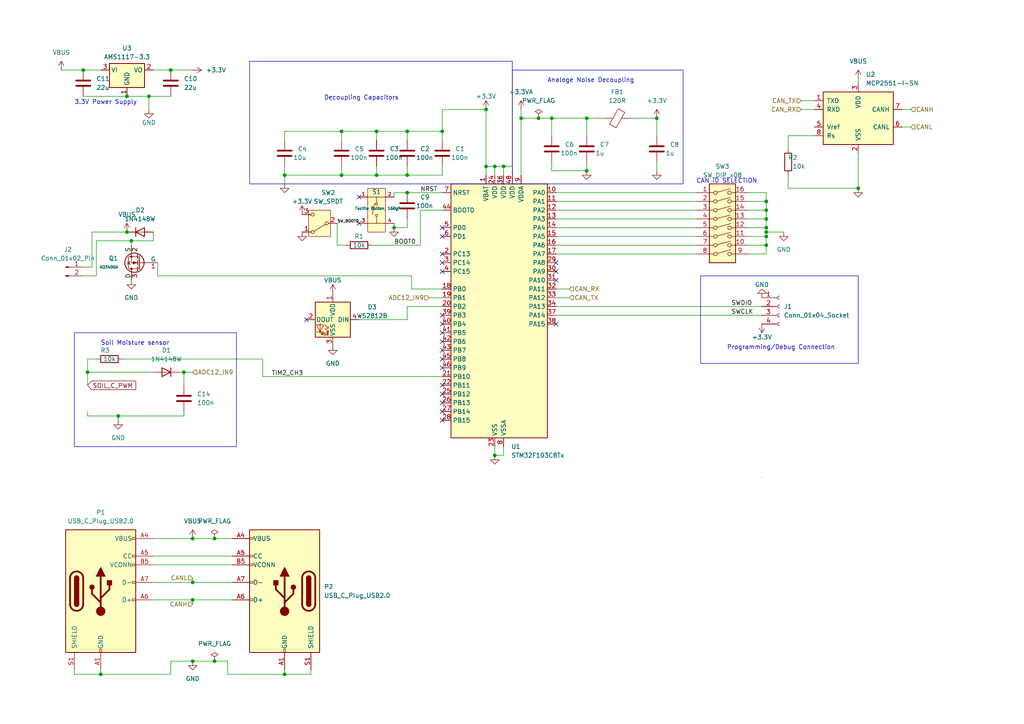
<source format=kicad_sch>
(kicad_sch (version 20231120) (generator "eeschema") (generator_version "8.0")
  (paper "A4")
  (lib_symbols
    (symbol "Connector:Conn_01x02_Pin" (pin_names (offset 1.016) hide)
      (property "Reference" "J" (at 0 2.54 0))
      (property "Value" "Conn_01x02_Pin" (at 0 -5.08 0))
      (symbol "Conn_01x02_Pin_1_1"
        (polyline (pts (xy 1.27 -2.54) (xy 0.8636 -2.54)) (stroke (width 0.1524)))
        (polyline (pts (xy 1.27 0) (xy 0.8636 0)) (stroke (width 0.1524)))
        (rectangle (start 0.8636 -2.413) (end 0 -2.667) (stroke (width 0.1524)) (fill (type outline)))
        (rectangle (start 0.8636 0.127) (end 0 -0.127) (stroke (width 0.1524)) (fill (type outline)))
        (pin passive line (at 5.08 0 180) (length 3.81) (name "Pin_1") (number "1"))
        (pin passive line (at 5.08 -2.54 180) (length 3.81) (name "Pin_2") (number "2"))
      )
    )
    (symbol "Connector:Conn_01x04_Socket" (pin_names (offset 1.016) hide)
      (property "Reference" "J" (at 0 5.08 0))
      (property "Value" "Conn_01x04_Socket" (at 0 -7.62 0))
      (symbol "Conn_01x04_Socket_1_1"
        (arc (start 0 -4.572) (mid -0.5058 -5.08) (end 0 -5.588) (stroke (width 0.1524)))
        (arc (start 0 -2.032) (mid -0.5058 -2.54) (end 0 -3.048) (stroke (width 0.1524)))
        (polyline (pts (xy -1.27 -5.08) (xy -0.508 -5.08)) (stroke (width 0.1524)))
        (polyline (pts (xy -1.27 -2.54) (xy -0.508 -2.54)) (stroke (width 0.1524)))
        (polyline (pts (xy -1.27 0) (xy -0.508 0)) (stroke (width 0.1524)))
        (polyline (pts (xy -1.27 2.54) (xy -0.508 2.54)) (stroke (width 0.1524)))
        (arc (start 0 0.508) (mid -0.5058 0) (end 0 -0.508) (stroke (width 0.1524)))
        (arc (start 0 3.048) (mid -0.5058 2.54) (end 0 2.032) (stroke (width 0.1524)))
        (pin passive line (at -5.08 2.54 0) (length 3.81) (name "Pin_1") (number "1"))
        (pin passive line (at -5.08 0 0) (length 3.81) (name "Pin_2") (number "2"))
        (pin passive line (at -5.08 -2.54 0) (length 3.81) (name "Pin_3") (number "3"))
        (pin passive line (at -5.08 -5.08 0) (length 3.81) (name "Pin_4") (number "4"))
      )
    )
    (symbol "Connector:USB_C_Plug_USB2.0" (pin_names (offset 1.016))
      (property "Reference" "P" (at -10.16 19.05 0))
      (property "Value" "USB_C_Plug_USB2.0" (at 12.7 19.05 0))
      (symbol "USB_C_Plug_USB2.0_0_0"
        (rectangle (start -0.254 -17.78) (end 0.254 -16.764))
        (rectangle (start 10.16 -2.286) (end 9.144 -2.794))
        (rectangle (start 10.16 2.794) (end 9.144 2.286))
        (rectangle (start 10.16 7.874) (end 9.144 7.366))
        (rectangle (start 10.16 10.414) (end 9.144 9.906))
        (rectangle (start 10.16 15.494) (end 9.144 14.986))
      )
      (symbol "USB_C_Plug_USB2.0_0_1"
        (rectangle (start -10.16 17.78) (end 10.16 -17.78) (stroke (width 0.254)) (fill (type background)))
        (arc (start -8.89 -3.81) (mid -6.985 -5.7067) (end -5.08 -3.81) (stroke (width 0.508)))
        (arc (start -7.62 -3.81) (mid -6.985 -4.4423) (end -6.35 -3.81) (stroke (width 0.254)))
        (arc (start -7.62 -3.81) (mid -6.985 -4.4423) (end -6.35 -3.81) (stroke (width 0.254)) (fill (type outline)))
        (rectangle (start -7.62 -3.81) (end -6.35 3.81) (stroke (width 0.254)) (fill (type outline)))
        (arc (start -6.35 3.81) (mid -6.985 4.4423) (end -7.62 3.81) (stroke (width 0.254)))
        (arc (start -6.35 3.81) (mid -6.985 4.4423) (end -7.62 3.81) (stroke (width 0.254)) (fill (type outline)))
        (arc (start -5.08 3.81) (mid -6.985 5.7067) (end -8.89 3.81) (stroke (width 0.508)))
        (circle (center -2.54 1.143) (radius 0.635) (stroke (width 0.254)) (fill (type outline)))
        (circle (center 0 -5.842) (radius 1.27) (fill (type outline)))
        (polyline (pts (xy -8.89 -3.81) (xy -8.89 3.81)) (stroke (width 0.508)))
        (polyline (pts (xy -5.08 3.81) (xy -5.08 -3.81)) (stroke (width 0.508)))
        (polyline (pts (xy 0 -5.842) (xy 0 4.318)) (stroke (width 0.508)))
        (polyline (pts (xy 0 -3.302) (xy -2.54 -0.762) (xy -2.54 0.508)) (stroke (width 0.508)))
        (polyline (pts (xy 0 -2.032) (xy 2.54 0.508) (xy 2.54 1.778)) (stroke (width 0.508)))
        (polyline (pts (xy -1.27 4.318) (xy 0 6.858) (xy 1.27 4.318) (xy -1.27 4.318)) (stroke (width 0.254)) (fill (type outline)))
        (rectangle (start 1.905 1.778) (end 3.175 3.048) (stroke (width 0.254)) (fill (type outline)))
      )
      (symbol "USB_C_Plug_USB2.0_1_1"
        (pin passive line (at 0 -22.86 90) (length 5.08) (name "GND") (number "A1"))
        (pin passive line (at 0 -22.86 90) (length 5.08) hide (name "GND") (number "A12"))
        (pin passive line (at 15.24 15.24 180) (length 5.08) (name "VBUS") (number "A4"))
        (pin bidirectional line (at 15.24 10.16 180) (length 5.08) (name "CC") (number "A5"))
        (pin bidirectional line (at 15.24 -2.54 180) (length 5.08) (name "D+") (number "A6"))
        (pin bidirectional line (at 15.24 2.54 180) (length 5.08) (name "D-") (number "A7"))
        (pin passive line (at 15.24 15.24 180) (length 5.08) hide (name "VBUS") (number "A9"))
        (pin passive line (at 0 -22.86 90) (length 5.08) hide (name "GND") (number "B1"))
        (pin passive line (at 0 -22.86 90) (length 5.08) hide (name "GND") (number "B12"))
        (pin passive line (at 15.24 15.24 180) (length 5.08) hide (name "VBUS") (number "B4"))
        (pin bidirectional line (at 15.24 7.62 180) (length 5.08) (name "VCONN") (number "B5"))
        (pin passive line (at 15.24 15.24 180) (length 5.08) hide (name "VBUS") (number "B9"))
        (pin passive line (at -7.62 -22.86 90) (length 5.08) (name "SHIELD") (number "S1"))
      )
    )
    (symbol "Device:C" (pin_numbers hide) (pin_names (offset 0.254))
      (property "Reference" "C" (at 0.635 2.54 0))
      (property "Value" "C" (at 0.635 -2.54 0))
      (symbol "C_0_1"
        (polyline (pts (xy -2.032 -0.762) (xy 2.032 -0.762)) (stroke (width 0.508)))
        (polyline (pts (xy -2.032 0.762) (xy 2.032 0.762)) (stroke (width 0.508)))
      )
      (symbol "C_1_1"
        (pin passive line (at 0 3.81 270) (length 2.794) (name "~") (number "1"))
        (pin passive line (at 0 -3.81 90) (length 2.794) (name "~") (number "2"))
      )
    )
    (symbol "Device:FerriteBead" (pin_numbers hide) (pin_names (offset 0))
      (property "Reference" "FB" (at -3.81 0.635 90))
      (property "Value" "FerriteBead" (at 3.81 0 90))
      (symbol "FerriteBead_0_1"
        (polyline (pts (xy 0 -1.27) (xy 0 -1.2192)))
        (polyline (pts (xy 0 1.27) (xy 0 1.2954)))
        (polyline (pts (xy -2.7686 0.4064) (xy -1.7018 2.2606) (xy 2.7686 -0.3048) (xy 1.6764 -2.159) (xy -2.7686 0.4064)))
      )
      (symbol "FerriteBead_1_1"
        (pin passive line (at 0 3.81 270) (length 2.54) (name "~") (number "1"))
        (pin passive line (at 0 -3.81 90) (length 2.54) (name "~") (number "2"))
      )
    )
    (symbol "Device:R" (pin_numbers hide) (pin_names (offset 0))
      (property "Reference" "R" (at 2.032 0 90))
      (property "Value" "R" (at 0 0 90))
      (symbol "R_0_1"
        (rectangle (start -1.016 -2.54) (end 1.016 2.54) (stroke (width 0.254)))
      )
      (symbol "R_1_1"
        (pin passive line (at 0 3.81 270) (length 1.27) (name "~") (number "1"))
        (pin passive line (at 0 -3.81 90) (length 1.27) (name "~") (number "2"))
      )
    )
    (symbol "Diode:1N4148W" (pin_numbers hide) (pin_names hide)
      (property "Reference" "D" (at 0 2.54 0))
      (property "Value" "1N4148W" (at 0 -2.54 0))
      (symbol "1N4148W_0_1"
        (polyline (pts (xy -1.27 1.27) (xy -1.27 -1.27)) (stroke (width 0.254)))
        (polyline (pts (xy 1.27 0) (xy -1.27 0)))
        (polyline (pts (xy 1.27 1.27) (xy 1.27 -1.27) (xy -1.27 0) (xy 1.27 1.27)) (stroke (width 0.254)))
      )
      (symbol "1N4148W_1_1"
        (pin passive line (at -3.81 0 0) (length 2.54) (name "K") (number "1"))
        (pin passive line (at 3.81 0 180) (length 2.54) (name "A") (number "2"))
      )
    )
    (symbol "Interface_CAN_LIN:MCP2551-I-SN" (pin_names (offset 1.016))
      (property "Reference" "U" (at -10.16 8.89 0))
      (property "Value" "MCP2551-I-SN" (at 2.54 8.89 0))
      (symbol "MCP2551-I-SN_0_1"
        (rectangle (start -10.16 7.62) (end 10.16 -7.62) (stroke (width 0.254)) (fill (type background)))
      )
      (symbol "MCP2551-I-SN_1_1"
        (pin input line (at -12.7 5.08 0) (length 2.54) (name "TXD") (number "1"))
        (pin power_in line (at 0 -10.16 90) (length 2.54) (name "VSS") (number "2"))
        (pin power_in line (at 0 10.16 270) (length 2.54) (name "VDD") (number "3"))
        (pin output line (at -12.7 2.54 0) (length 2.54) (name "RXD") (number "4"))
        (pin power_out line (at -12.7 -2.54 0) (length 2.54) (name "Vref") (number "5"))
        (pin bidirectional line (at 12.7 -2.54 180) (length 2.54) (name "CANL") (number "6"))
        (pin bidirectional line (at 12.7 2.54 180) (length 2.54) (name "CANH") (number "7"))
        (pin input line (at -12.7 -5.08 0) (length 2.54) (name "Rs") (number "8"))
      )
    )
    (symbol "LED:WS2812B" (pin_names (offset 0.254))
      (property "Reference" "D" (at 5.08 5.715 0))
      (property "Value" "WS2812B" (at 1.27 -5.715 0))
      (symbol "WS2812B_0_0"
        (text "RGB" (at 2.286 -4.191 0) (effects (font (size 0.762 0.762))))
      )
      (symbol "WS2812B_0_1"
        (polyline (pts (xy 1.27 -3.556) (xy 1.778 -3.556)))
        (polyline (pts (xy 1.27 -2.54) (xy 1.778 -2.54)))
        (polyline (pts (xy 4.699 -3.556) (xy 2.667 -3.556)))
        (polyline (pts (xy 2.286 -2.54) (xy 1.27 -3.556) (xy 1.27 -3.048)))
        (polyline (pts (xy 2.286 -1.524) (xy 1.27 -2.54) (xy 1.27 -2.032)))
        (polyline (pts (xy 3.683 -1.016) (xy 3.683 -3.556) (xy 3.683 -4.064)))
        (polyline (pts (xy 4.699 -1.524) (xy 2.667 -1.524) (xy 3.683 -3.556) (xy 4.699 -1.524)))
        (rectangle (start 5.08 5.08) (end -5.08 -5.08) (stroke (width 0.254)) (fill (type background)))
      )
      (symbol "WS2812B_1_1"
        (pin power_in line (at 0 7.62 270) (length 2.54) (name "VDD") (number "1"))
        (pin output line (at 7.62 0 180) (length 2.54) (name "DOUT") (number "2"))
        (pin power_in line (at 0 -7.62 90) (length 2.54) (name "VSS") (number "3"))
        (pin input line (at -7.62 0 0) (length 2.54) (name "DIN") (number "4"))
      )
    )
    (symbol "MCU_ST_STM32F1:STM32F103C8Tx"
      (property "Reference" "U1" (at 4.7341 -38.1 0))
      (property "Value" "STM32F103C8Tx" (at 4.7341 -40.64 0))
      (symbol "STM32F103C8Tx_0_1"
        (rectangle (start -12.7 38.1) (end 15.24 -35.56) (stroke (width 0.254)) (fill (type background)))
      )
      (symbol "STM32F103C8Tx_1_1"
        (pin power_in line (at -2.54 40.64 270) (length 2.54) (name "VBAT") (number "1"))
        (pin bidirectional line (at 17.78 35.56 180) (length 2.54) (name "PA0") (number "10"))
        (pin bidirectional line (at 17.78 33.02 180) (length 2.54) (name "PA1") (number "11"))
        (pin bidirectional line (at 17.78 30.48 180) (length 2.54) (name "PA2") (number "12"))
        (pin bidirectional line (at 17.78 27.94 180) (length 2.54) (name "PA3") (number "13"))
        (pin bidirectional line (at 17.78 25.4 180) (length 2.54) (name "PA4") (number "14"))
        (pin bidirectional line (at 17.78 22.86 180) (length 2.54) (name "PA5") (number "15"))
        (pin bidirectional line (at 17.78 20.32 180) (length 2.54) (name "PA6") (number "16"))
        (pin bidirectional line (at 17.78 17.78 180) (length 2.54) (name "PA7") (number "17"))
        (pin bidirectional line (at -15.24 7.62 0) (length 2.54) (name "PB0") (number "18"))
        (pin bidirectional line (at -15.24 5.08 0) (length 2.54) (name "PB1") (number "19"))
        (pin bidirectional line (at -15.24 17.78 0) (length 2.54) (name "PC13") (number "2"))
        (pin bidirectional line (at -15.24 2.54 0) (length 2.54) (name "PB2") (number "20"))
        (pin bidirectional line (at -15.24 -17.78 0) (length 2.54) (name "PB10") (number "21"))
        (pin bidirectional line (at -15.24 -20.32 0) (length 2.54) (name "PB11") (number "22"))
        (pin passive line (at 0 -38.1 90) (length 2.54) (name "VSS") (number "23"))
        (pin power_in line (at 0 40.64 270) (length 2.54) (name "VDD") (number "24"))
        (pin bidirectional line (at -15.24 -22.86 0) (length 2.54) (name "PB12") (number "25"))
        (pin bidirectional line (at -15.24 -25.4 0) (length 2.54) (name "PB13") (number "26"))
        (pin bidirectional line (at -15.24 -27.94 0) (length 2.54) (name "PB14") (number "27"))
        (pin bidirectional line (at -15.24 -30.48 0) (length 2.54) (name "PB15") (number "28"))
        (pin bidirectional line (at 17.78 15.24 180) (length 2.54) (name "PA8") (number "29"))
        (pin bidirectional line (at -15.24 15.24 0) (length 2.54) (name "PC14") (number "3"))
        (pin bidirectional line (at 17.78 12.7 180) (length 2.54) (name "PA9") (number "30"))
        (pin bidirectional line (at 17.78 10.16 180) (length 2.54) (name "PA10") (number "31"))
        (pin bidirectional line (at 17.78 7.62 180) (length 2.54) (name "PA11") (number "32"))
        (pin bidirectional line (at 17.78 5.08 180) (length 2.54) (name "PA12") (number "33"))
        (pin bidirectional line (at 17.78 2.54 180) (length 2.54) (name "PA13") (number "34"))
        (pin passive line (at 0 -38.1 90) (length 2.54) hide (name "VSS") (number "35"))
        (pin power_in line (at 2.54 40.64 270) (length 2.54) (name "VDD") (number "36"))
        (pin bidirectional line (at 17.78 0 180) (length 2.54) (name "PA14") (number "37"))
        (pin bidirectional line (at 17.78 -2.54 180) (length 2.54) (name "PA15") (number "38"))
        (pin bidirectional line (at -15.24 0 0) (length 2.54) (name "PB3") (number "39"))
        (pin bidirectional line (at -15.24 12.7 0) (length 2.54) (name "PC15") (number "4"))
        (pin bidirectional line (at -15.24 -2.54 0) (length 2.54) (name "PB4") (number "40"))
        (pin bidirectional line (at -15.24 -5.08 0) (length 2.54) (name "PB5") (number "41"))
        (pin bidirectional line (at -15.24 -7.62 0) (length 2.54) (name "PB6") (number "42"))
        (pin bidirectional line (at -15.24 -10.16 0) (length 2.54) (name "PB7") (number "43"))
        (pin input line (at -15.24 30.48 0) (length 2.54) (name "BOOT0") (number "44"))
        (pin bidirectional line (at -15.24 -12.7 0) (length 2.54) (name "PB8") (number "45"))
        (pin bidirectional line (at -15.24 -15.24 0) (length 2.54) (name "PB9") (number "46"))
        (pin passive line (at 0 -38.1 90) (length 2.54) hide (name "VSS") (number "47"))
        (pin power_in line (at 5.08 40.64 270) (length 2.54) (name "VDD") (number "48"))
        (pin bidirectional line (at -15.24 25.4 0) (length 2.54) (name "PD0") (number "5"))
        (pin bidirectional line (at -15.24 22.86 0) (length 2.54) (name "PD1") (number "6"))
        (pin input line (at -15.24 35.56 0) (length 2.54) (name "NRST") (number "7"))
        (pin passive line (at 2.54 -38.1 90) (length 2.54) (name "VSSA") (number "8"))
        (pin power_in line (at 7.62 40.64 270) (length 2.54) (name "VDDA") (number "9"))
      )
    )
    (symbol "PCM_JLCPCB-Connectors_Buttons:Tactile Button, 160gf" (pin_names hide)
      (property "Reference" "S" (at 0 1.27 0))
      (property "Value" "Tactile Button, 160gf" (at 0 -8.89 0))
      (symbol "Tactile Button, 160gf_0_1"
        (circle (center 0 -2.794) (radius 0.3175) (fill (type background)))
        (polyline (pts (xy -2.54 -5.08) (xy 2.54 -5.08)))
        (polyline (pts (xy -2.54 2.54) (xy 2.54 2.54)))
        (polyline (pts (xy -0.508 0.762) (xy -1.27 -2.54)))
        (polyline (pts (xy 0 -3.302) (xy 0 -5.08)))
        (polyline (pts (xy 0 0.762) (xy 0 2.54)))
        (circle (center 0 0.508) (radius 0.3175) (fill (type background)))
        (pin unspecified line (at -5.08 2.54 0) (length 2.54) (name "A") (number "1"))
        (pin unspecified line (at 5.08 2.54 180) (length 2.54) (name "B") (number "2"))
        (pin unspecified line (at -5.08 -5.08 0) (length 2.54) (name "C") (number "3"))
        (pin unspecified line (at 5.08 -5.08 180) (length 2.54) (name "D") (number "4"))
      )
      (symbol "Tactile Button, 160gf_1_1"
        (rectangle (start -2.54 5.08) (end 2.54 -7.62) (fill (type background)))
      )
    )
    (symbol "PCM_JLCPCB-Transistors:NMOS,AO3400A" (pin_names (offset 0))
      (property "Reference" "Q" (at 4.8514 0.834 0))
      (property "Value" "AO3400A" (at 4.8514 -1.2122 0))
      (symbol "NMOS,AO3400A_0_1"
        (polyline (pts (xy 0.254 0) (xy -2.54 0)))
        (polyline (pts (xy 0.254 1.905) (xy 0.254 -1.905)) (stroke (width 0.254)))
        (polyline (pts (xy 0.762 -1.27) (xy 0.762 -2.286)) (stroke (width 0.254)))
        (polyline (pts (xy 0.762 0.508) (xy 0.762 -0.508)) (stroke (width 0.254)))
        (polyline (pts (xy 0.762 2.286) (xy 0.762 1.27)) (stroke (width 0.254)))
        (polyline (pts (xy 2.54 2.54) (xy 2.54 1.778)))
        (polyline (pts (xy 2.54 -2.54) (xy 2.54 0) (xy 0.762 0)))
        (polyline (pts (xy 0.762 -1.778) (xy 3.302 -1.778) (xy 3.302 1.778) (xy 0.762 1.778)))
        (polyline (pts (xy 1.016 0) (xy 2.032 0.381) (xy 2.032 -0.381) (xy 1.016 0)) (fill (type outline)))
        (polyline (pts (xy 2.794 0.508) (xy 2.921 0.381) (xy 3.683 0.381) (xy 3.81 0.254)))
        (polyline (pts (xy 3.302 0.381) (xy 2.921 -0.254) (xy 3.683 -0.254) (xy 3.302 0.381)))
        (circle (center 1.651 0) (radius 2.794) (stroke (width 0.254)))
        (circle (center 2.54 -1.778) (radius 0.254) (fill (type outline)))
        (circle (center 2.54 1.778) (radius 0.254) (fill (type outline)))
      )
      (symbol "NMOS,AO3400A_1_1"
        (pin input line (at -5.08 0 0) (length 2.54) (name "G") (number "1"))
        (pin passive line (at 2.54 -5.08 90) (length 2.54) (name "S") (number "2"))
        (pin passive line (at 2.54 5.08 270) (length 2.54) (name "D") (number "3"))
      )
    )
    (symbol "Regulator_Linear:AMS1117-3.3"
      (property "Reference" "U" (at -3.81 3.175 0))
      (property "Value" "AMS1117-3.3" (at 0 3.175 0))
      (symbol "AMS1117-3.3_0_1"
        (rectangle (start -5.08 -5.08) (end 5.08 1.905) (stroke (width 0.254)) (fill (type background)))
      )
      (symbol "AMS1117-3.3_1_1"
        (pin power_in line (at 0 -7.62 90) (length 2.54) (name "GND") (number "1"))
        (pin power_out line (at 7.62 0 180) (length 2.54) (name "VO") (number "2"))
        (pin power_in line (at -7.62 0 0) (length 2.54) (name "VI") (number "3"))
      )
    )
    (symbol "Switch:SW_DIP_x08" (pin_names (offset 0) hide)
      (property "Reference" "SW" (at 0 13.97 0))
      (property "Value" "SW_DIP_x08" (at 0 -11.43 0))
      (symbol "SW_DIP_x08_0_0"
        (circle (center -2.032 -7.62) (radius 0.508))
        (circle (center -2.032 -5.08) (radius 0.508))
        (circle (center -2.032 -2.54) (radius 0.508))
        (circle (center -2.032 0) (radius 0.508))
        (circle (center -2.032 2.54) (radius 0.508))
        (circle (center -2.032 5.08) (radius 0.508))
        (circle (center -2.032 7.62) (radius 0.508))
        (circle (center -2.032 10.16) (radius 0.508))
        (polyline (pts (xy -1.524 -7.4676) (xy 2.3622 -6.4262)))
        (polyline (pts (xy -1.524 -4.9276) (xy 2.3622 -3.8862)))
        (polyline (pts (xy -1.524 -2.3876) (xy 2.3622 -1.3462)))
        (polyline (pts (xy -1.524 0.127) (xy 2.3622 1.1684)))
        (polyline (pts (xy -1.524 2.667) (xy 2.3622 3.7084)))
        (polyline (pts (xy -1.524 5.207) (xy 2.3622 6.2484)))
        (polyline (pts (xy -1.524 7.747) (xy 2.3622 8.7884)))
        (polyline (pts (xy -1.524 10.287) (xy 2.3622 11.3284)))
        (circle (center 2.032 -7.62) (radius 0.508))
        (circle (center 2.032 -5.08) (radius 0.508))
        (circle (center 2.032 -2.54) (radius 0.508))
        (circle (center 2.032 0) (radius 0.508))
        (circle (center 2.032 2.54) (radius 0.508))
        (circle (center 2.032 5.08) (radius 0.508))
        (circle (center 2.032 7.62) (radius 0.508))
        (circle (center 2.032 10.16) (radius 0.508))
      )
      (symbol "SW_DIP_x08_0_1"
        (rectangle (start -3.81 12.7) (end 3.81 -10.16) (stroke (width 0.254)) (fill (type background)))
      )
      (symbol "SW_DIP_x08_1_1"
        (pin passive line (at -7.62 10.16 0) (length 5.08) (name "~") (number "1"))
        (pin passive line (at 7.62 -5.08 180) (length 5.08) (name "~") (number "10"))
        (pin passive line (at 7.62 -2.54 180) (length 5.08) (name "~") (number "11"))
        (pin passive line (at 7.62 0 180) (length 5.08) (name "~") (number "12"))
        (pin passive line (at 7.62 2.54 180) (length 5.08) (name "~") (number "13"))
        (pin passive line (at 7.62 5.08 180) (length 5.08) (name "~") (number "14"))
        (pin passive line (at 7.62 7.62 180) (length 5.08) (name "~") (number "15"))
        (pin passive line (at 7.62 10.16 180) (length 5.08) (name "~") (number "16"))
        (pin passive line (at -7.62 7.62 0) (length 5.08) (name "~") (number "2"))
        (pin passive line (at -7.62 5.08 0) (length 5.08) (name "~") (number "3"))
        (pin passive line (at -7.62 2.54 0) (length 5.08) (name "~") (number "4"))
        (pin passive line (at -7.62 0 0) (length 5.08) (name "~") (number "5"))
        (pin passive line (at -7.62 -2.54 0) (length 5.08) (name "~") (number "6"))
        (pin passive line (at -7.62 -5.08 0) (length 5.08) (name "~") (number "7"))
        (pin passive line (at -7.62 -7.62 0) (length 5.08) (name "~") (number "8"))
        (pin passive line (at 7.62 -7.62 180) (length 5.08) (name "~") (number "9"))
      )
    )
    (symbol "Switch:SW_SPDT" (pin_names (offset 0) hide)
      (property "Reference" "SW" (at 0 5.08 0))
      (property "Value" "SW_SPDT" (at 0 -5.08 0))
      (symbol "SW_SPDT_0_1"
        (circle (center -2.032 0) (radius 0.4572))
        (polyline (pts (xy -1.651 0.254) (xy 1.651 2.286)))
        (circle (center 2.032 -2.54) (radius 0.4572))
        (circle (center 2.032 2.54) (radius 0.4572))
      )
      (symbol "SW_SPDT_1_1"
        (rectangle (start -3.175 3.81) (end 3.175 -3.81) (fill (type background)))
        (pin passive line (at 5.08 2.54 180) (length 2.54) (name "A") (number "1"))
        (pin passive line (at -5.08 0 0) (length 2.54) (name "B") (number "2"))
        (pin passive line (at 5.08 -2.54 180) (length 2.54) (name "C") (number "3"))
      )
    )
    (symbol "power:+3.3V" (power) (pin_names (offset 0))
      (property "Value" "+3.3V" (at 0 3.556 0))
      (symbol "+3.3V_0_1"
        (polyline (pts (xy -0.762 1.27) (xy 0 2.54)))
        (polyline (pts (xy 0 0) (xy 0 2.54)))
        (polyline (pts (xy 0 2.54) (xy 0.762 1.27)))
      )
      (symbol "+3.3V_1_1"
        (pin power_in line (at 0 0 90) (length 0) hide (name "+3.3V") (number "1"))
      )
    )
    (symbol "power:+3.3VA" (power) (pin_names (offset 0))
      (property "Value" "+3.3VA" (at 0 3.556 0))
      (symbol "+3.3VA_0_1"
        (polyline (pts (xy -0.762 1.27) (xy 0 2.54)))
        (polyline (pts (xy 0 0) (xy 0 2.54)))
        (polyline (pts (xy 0 2.54) (xy 0.762 1.27)))
      )
      (symbol "+3.3VA_1_1"
        (pin power_in line (at 0 0 90) (length 0) hide (name "+3.3VA") (number "1"))
      )
    )
    (symbol "power:GND" (power) (pin_names (offset 0))
      (property "Value" "GND" (at 0 -3.81 0))
      (symbol "GND_0_1"
        (polyline (pts (xy 0 0) (xy 0 -1.27) (xy 1.27 -1.27) (xy 0 -2.54) (xy -1.27 -1.27) (xy 0 -1.27)))
      )
      (symbol "GND_1_1"
        (pin power_in line (at 0 0 270) (length 0) hide (name "GND") (number "1"))
      )
    )
    (symbol "power:PWR_FLAG" (power) (pin_numbers hide) (pin_names (offset 0) hide)
      (property "Value" "PWR_FLAG" (at 0 3.81 0))
      (symbol "PWR_FLAG_0_0"
        (pin power_out line (at 0 0 90) (length 0) (name "pwr") (number "1"))
      )
      (symbol "PWR_FLAG_0_1"
        (polyline (pts (xy 0 0) (xy 0 1.27) (xy -1.016 1.905) (xy 0 2.54) (xy 1.016 1.905) (xy 0 1.27)))
      )
    )
    (symbol "power:VBUS" (power) (pin_names (offset 0))
      (property "Value" "VBUS" (at 0 3.81 0))
      (symbol "VBUS_0_1"
        (polyline (pts (xy -0.762 1.27) (xy 0 2.54)))
        (polyline (pts (xy 0 0) (xy 0 2.54)))
        (polyline (pts (xy 0 2.54) (xy 0.762 1.27)))
      )
      (symbol "VBUS_1_1"
        (pin power_in line (at 0 0 90) (length 0) hide (name "VBUS") (number "1"))
      )
    )
  )
  (junction (at 143.51 48.26))
  (junction (at 55.88 168.91))
  (junction (at 222.25 67.31))
  (junction (at 99.06 38.1))
  (junction (at 118.11 55.88))
  (junction (at 99.06 50.8))
  (junction (at 160.02 34.29))
  (junction (at 140.97 31.75))
  (junction (at 55.88 191.77))
  (junction (at 222.25 58.42))
  (junction (at 222.25 71.12))
  (junction (at 36.83 67.31))
  (junction (at 25.4 107.95))
  (junction (at 109.22 38.1))
  (junction (at 36.83 27.94))
  (junction (at 143.51 132.08))
  (junction (at 43.18 27.94))
  (junction (at 49.53 20.32))
  (junction (at 170.18 34.29))
  (junction (at 170.18 49.53))
  (junction (at 248.92 54.61))
  (junction (at 128.27 38.1))
  (junction (at 62.23 191.77))
  (junction (at 222.25 66.04))
  (junction (at 24.13 20.32))
  (junction (at 222.25 68.58))
  (junction (at 222.25 63.5))
  (junction (at 222.25 60.96))
  (junction (at 29.21 195.58))
  (junction (at 151.13 34.29))
  (junction (at 62.23 156.21))
  (junction (at 146.05 48.26))
  (junction (at 114.3 66.04))
  (junction (at 34.29 120.65))
  (junction (at 82.55 50.8))
  (junction (at 55.88 156.21))
  (junction (at 82.55 195.58))
  (junction (at 53.34 107.95))
  (junction (at 190.5 34.29))
  (junction (at 55.88 173.99))
  (junction (at 156.21 34.29))
  (junction (at 118.11 50.8))
  (junction (at 109.22 50.8))
  (junction (at 118.11 38.1))
  (junction (at 140.97 48.26))
  (junction (at 38.1 69.85))
  (no_connect (at 128.27 101.6))
  (no_connect (at 161.29 93.98))
  (no_connect (at 104.14 64.77))
  (no_connect (at 161.29 76.2))
  (no_connect (at 128.27 68.58))
  (no_connect (at 128.27 116.84))
  (no_connect (at 128.27 106.68))
  (no_connect (at 161.29 78.74))
  (no_connect (at 128.27 93.98))
  (no_connect (at 128.27 119.38))
  (no_connect (at 128.27 111.76))
  (no_connect (at 161.29 81.28))
  (no_connect (at 128.27 73.66))
  (no_connect (at 128.27 99.06))
  (no_connect (at 128.27 104.14))
  (no_connect (at 128.27 91.44))
  (no_connect (at 128.27 114.3))
  (no_connect (at 128.27 76.2))
  (no_connect (at 88.9 92.71))
  (no_connect (at 104.14 57.15))
  (no_connect (at 128.27 66.04))
  (no_connect (at 128.27 96.52))
  (no_connect (at 128.27 78.74))
  (no_connect (at 128.27 121.92))
  (wire (pts (xy 25.4 104.14) (xy 27.94 104.14)))
  (wire (pts (xy 161.29 66.04) (xy 201.93 66.04)))
  (wire (pts (xy 217.17 73.66) (xy 222.25 73.66)))
  (wire (pts (xy 161.29 58.42) (xy 201.93 58.42)))
  (wire (pts (xy 21.59 194.31) (xy 21.59 195.58)))
  (wire (pts (xy 128.27 109.22) (xy 76.2 109.22)))
  (wire (pts (xy 248.92 22.86) (xy 248.92 24.13)))
  (wire (pts (xy 26.67 67.31) (xy 26.67 77.47)))
  (wire (pts (xy 21.59 195.58) (xy 29.21 195.58)))
  (wire (pts (xy 161.29 68.58) (xy 201.93 68.58)))
  (wire (pts (xy 160.02 49.53) (xy 170.18 49.53)))
  (wire (pts (xy 161.29 60.96) (xy 201.93 60.96)))
  (wire (pts (xy 156.21 34.29) (xy 160.02 34.29)))
  (wire (pts (xy 170.18 49.53) (xy 170.18 46.99)))
  (wire (pts (xy 118.11 88.9) (xy 118.11 92.71)))
  (wire (pts (xy 82.55 48.26) (xy 82.55 50.8)))
  (wire (pts (xy 118.11 55.88) (xy 114.3 55.88)))
  (wire (pts (xy 118.11 66.04) (xy 114.3 66.04)))
  (wire (pts (xy 49.53 20.32) (xy 55.88 20.32)))
  (wire (pts (xy 114.3 64.77) (xy 114.3 66.04)))
  (wire (pts (xy 44.45 161.29) (xy 67.31 161.29)))
  (wire (pts (xy 44.45 69.85) (xy 44.45 67.31)))
  (wire (pts (xy 55.88 156.21) (xy 62.23 156.21)))
  (wire (pts (xy 43.18 27.94) (xy 49.53 27.94)))
  (wire (pts (xy 160.02 34.29) (xy 170.18 34.29)))
  (wire (pts (xy 143.51 129.54) (xy 143.51 132.08)))
  (wire (pts (xy 38.1 69.85) (xy 44.45 69.85)))
  (wire (pts (xy 222.25 58.42) (xy 222.25 55.88)))
  (wire (pts (xy 99.06 38.1) (xy 109.22 38.1)))
  (wire (pts (xy 44.45 173.99) (xy 55.88 173.99)))
  (wire (pts (xy 118.11 92.71) (xy 104.14 92.71)))
  (wire (pts (xy 146.05 50.8) (xy 146.05 48.26)))
  (wire (pts (xy 27.94 69.85) (xy 27.94 80.01)))
  (wire (pts (xy 66.04 191.77) (xy 66.04 195.58)))
  (wire (pts (xy 24.13 20.32) (xy 29.21 20.32)))
  (wire (pts (xy 128.27 88.9) (xy 118.11 88.9)))
  (wire (pts (xy 146.05 129.54) (xy 146.05 132.08)))
  (wire (pts (xy 143.51 132.08) (xy 146.05 132.08)))
  (wire (pts (xy 118.11 48.26) (xy 118.11 50.8)))
  (wire (pts (xy 217.17 66.04) (xy 222.25 66.04)))
  (wire (pts (xy 26.67 77.47) (xy 24.13 77.47)))
  (wire (pts (xy 82.55 38.1) (xy 82.55 40.64)))
  (wire (pts (xy 55.88 173.99) (xy 55.88 175.26)))
  (wire (pts (xy 55.88 191.77) (xy 62.23 191.77)))
  (wire (pts (xy 82.55 50.8) (xy 99.06 50.8)))
  (wire (pts (xy 82.55 38.1) (xy 99.06 38.1)))
  (wire (pts (xy 146.05 48.26) (xy 143.51 48.26)))
  (wire (pts (xy 82.55 195.58) (xy 90.17 195.58)))
  (wire (pts (xy 34.29 120.65) (xy 34.29 121.92)))
  (wire (pts (xy 17.78 20.32) (xy 24.13 20.32)))
  (wire (pts (xy 261.62 36.83) (xy 264.16 36.83)))
  (wire (pts (xy 161.29 86.36) (xy 165.1 86.36)))
  (wire (pts (xy 236.22 39.37) (xy 228.6 39.37)))
  (wire (pts (xy 121.92 60.96) (xy 128.27 60.96)))
  (wire (pts (xy 232.41 31.75) (xy 236.22 31.75)))
  (wire (pts (xy 44.45 168.91) (xy 55.88 168.91)))
  (wire (pts (xy 128.27 40.64) (xy 128.27 38.1)))
  (wire (pts (xy 119.38 83.82) (xy 128.27 83.82)))
  (wire (pts (xy 222.25 66.04) (xy 222.25 63.5)))
  (wire (pts (xy 55.88 167.64) (xy 55.88 168.91)))
  (wire (pts (xy 170.18 34.29) (xy 175.26 34.29)))
  (wire (pts (xy 119.38 80.01) (xy 119.38 83.82)))
  (wire (pts (xy 109.22 38.1) (xy 118.11 38.1)))
  (wire (pts (xy 143.51 50.8) (xy 143.51 48.26)))
  (wire (pts (xy 160.02 46.99) (xy 160.02 49.53)))
  (wire (pts (xy 109.22 48.26) (xy 109.22 50.8)))
  (wire (pts (xy 217.17 71.12) (xy 222.25 71.12)))
  (wire (pts (xy 151.13 34.29) (xy 156.21 34.29)))
  (wire (pts (xy 217.17 68.58) (xy 222.25 68.58)))
  (wire (pts (xy 140.97 31.75) (xy 140.97 48.26)))
  (wire (pts (xy 190.5 46.99) (xy 190.5 49.53)))
  (wire (pts (xy 99.06 50.8) (xy 109.22 50.8)))
  (wire (pts (xy 25.4 107.95) (xy 44.45 107.95)))
  (wire (pts (xy 114.3 55.88) (xy 114.3 57.15)))
  (wire (pts (xy 49.53 195.58) (xy 49.53 191.77)))
  (wire (pts (xy 55.88 173.99) (xy 67.31 173.99)))
  (wire (pts (xy 109.22 50.8) (xy 118.11 50.8)))
  (wire (pts (xy 160.02 34.29) (xy 160.02 39.37)))
  (wire (pts (xy 118.11 63.5) (xy 118.11 66.04)))
  (wire (pts (xy 227.33 67.31) (xy 222.25 67.31)))
  (wire (pts (xy 222.25 73.66) (xy 222.25 71.12)))
  (wire (pts (xy 248.92 44.45) (xy 248.92 54.61)))
  (wire (pts (xy 161.29 73.66) (xy 201.93 73.66)))
  (wire (pts (xy 222.25 63.5) (xy 222.25 60.96)))
  (wire (pts (xy 121.92 71.12) (xy 121.92 60.96)))
  (wire (pts (xy 25.4 107.95) (xy 25.4 111.76)))
  (wire (pts (xy 151.13 34.29) (xy 151.13 50.8)))
  (wire (pts (xy 62.23 156.21) (xy 67.31 156.21)))
  (wire (pts (xy 140.97 48.26) (xy 140.97 50.8)))
  (wire (pts (xy 34.29 120.65) (xy 53.34 120.65)))
  (wire (pts (xy 140.97 48.26) (xy 143.51 48.26)))
  (wire (pts (xy 53.34 107.95) (xy 55.88 107.95)))
  (wire (pts (xy 53.34 120.65) (xy 53.34 119.38)))
  (wire (pts (xy 66.04 195.58) (xy 82.55 195.58)))
  (wire (pts (xy 62.23 191.77) (xy 66.04 191.77)))
  (wire (pts (xy 261.62 31.75) (xy 264.16 31.75)))
  (wire (pts (xy 36.83 67.31) (xy 26.67 67.31)))
  (wire (pts (xy 124.46 86.36) (xy 128.27 86.36)))
  (wire (pts (xy 53.34 107.95) (xy 53.34 111.76)))
  (wire (pts (xy 43.18 27.94) (xy 43.18 31.75)))
  (wire (pts (xy 44.45 156.21) (xy 55.88 156.21)))
  (wire (pts (xy 97.79 64.77) (xy 97.79 71.12)))
  (wire (pts (xy 232.41 29.21) (xy 236.22 29.21)))
  (wire (pts (xy 161.29 83.82) (xy 165.1 83.82)))
  (wire (pts (xy 217.17 60.96) (xy 222.25 60.96)))
  (wire (pts (xy 90.17 195.58) (xy 90.17 194.31)))
  (wire (pts (xy 148.59 48.26) (xy 146.05 48.26)))
  (wire (pts (xy 217.17 58.42) (xy 222.25 58.42)))
  (wire (pts (xy 118.11 55.88) (xy 128.27 55.88)))
  (wire (pts (xy 29.21 195.58) (xy 49.53 195.58)))
  (wire (pts (xy 44.45 20.32) (xy 49.53 20.32)))
  (wire (pts (xy 222.25 67.31) (xy 222.25 66.04)))
  (wire (pts (xy 99.06 38.1) (xy 99.06 40.64)))
  (wire (pts (xy 161.29 55.88) (xy 201.93 55.88)))
  (wire (pts (xy 161.29 71.12) (xy 201.93 71.12)))
  (wire (pts (xy 109.22 38.1) (xy 109.22 40.64)))
  (wire (pts (xy 36.83 27.94) (xy 43.18 27.94)))
  (wire (pts (xy 148.59 50.8) (xy 148.59 48.26)))
  (wire (pts (xy 52.07 107.95) (xy 53.34 107.95)))
  (wire (pts (xy 170.18 34.29) (xy 170.18 39.37)))
  (wire (pts (xy 25.4 120.65) (xy 34.29 120.65)))
  (wire (pts (xy 190.5 34.29) (xy 190.5 39.37)))
  (wire (pts (xy 82.55 194.31) (xy 82.55 195.58)))
  (wire (pts (xy 118.11 38.1) (xy 118.11 40.64)))
  (wire (pts (xy 97.79 71.12) (xy 100.33 71.12)))
  (wire (pts (xy 35.56 104.14) (xy 76.2 104.14)))
  (wire (pts (xy 45.72 80.01) (xy 45.72 76.2)))
  (wire (pts (xy 107.95 71.12) (xy 121.92 71.12)))
  (wire (pts (xy 161.29 91.44) (xy 220.98 91.44)))
  (wire (pts (xy 45.72 80.01) (xy 119.38 80.01)))
  (wire (pts (xy 29.21 195.58) (xy 29.21 194.31)))
  (wire (pts (xy 217.17 55.88) (xy 222.25 55.88)))
  (wire (pts (xy 222.25 68.58) (xy 222.25 67.31)))
  (wire (pts (xy 151.13 31.75) (xy 151.13 34.29)))
  (wire (pts (xy 128.27 50.8) (xy 128.27 48.26)))
  (wire (pts (xy 182.88 34.29) (xy 190.5 34.29)))
  (wire (pts (xy 161.29 88.9) (xy 220.98 88.9)))
  (wire (pts (xy 24.13 27.94) (xy 36.83 27.94)))
  (wire (pts (xy 228.6 54.61) (xy 248.92 54.61)))
  (wire (pts (xy 222.25 71.12) (xy 222.25 68.58)))
  (wire (pts (xy 76.2 109.22) (xy 76.2 104.14)))
  (wire (pts (xy 82.55 50.8) (xy 82.55 53.34)))
  (wire (pts (xy 99.06 48.26) (xy 99.06 50.8)))
  (wire (pts (xy 228.6 39.37) (xy 228.6 43.18)))
  (wire (pts (xy 228.6 50.8) (xy 228.6 54.61)))
  (wire (pts (xy 118.11 38.1) (xy 128.27 38.1)))
  (wire (pts (xy 27.94 69.85) (xy 38.1 69.85)))
  (wire (pts (xy 49.53 191.77) (xy 55.88 191.77)))
  (wire (pts (xy 24.13 80.01) (xy 27.94 80.01)))
  (wire (pts (xy 38.1 69.85) (xy 38.1 71.12)))
  (wire (pts (xy 128.27 31.75) (xy 140.97 31.75)))
  (wire (pts (xy 128.27 38.1) (xy 128.27 31.75)))
  (wire (pts (xy 44.45 163.83) (xy 67.31 163.83)))
  (wire (pts (xy 25.4 120.65) (xy 25.4 119.38)))
  (wire (pts (xy 118.11 50.8) (xy 128.27 50.8)))
  (wire (pts (xy 222.25 60.96) (xy 222.25 58.42)))
  (wire (pts (xy 161.29 63.5) (xy 201.93 63.5)))
  (wire (pts (xy 217.17 63.5) (xy 222.25 63.5)))
  (wire (pts (xy 25.4 104.14) (xy 25.4 107.95)))
  (wire (pts (xy 55.88 168.91) (xy 67.31 168.91)))
  (rectangle (start 72.39 17.78) (end 148.59 53.34))
  (rectangle (start 21.59 96.52) (end 68.58 129.54))
  (rectangle (start 220.98 138.43) (end 220.98 138.43))
  (rectangle (start 148.59 20.32) (end 198.12 53.34))
  (rectangle (start 203.2 80.01) (end 248.92 105.41))
  (text "3.3V Power Supply\n" (at 21.59 30.48 0) (effects (font (size 1.27 1.27)) (justify left bottom)))
  (text "Decoupling Capacitors" (at 93.98 29.21 0) (effects (font (size 1.27 1.27)) (justify left bottom)))
  (text "Soil Moisture sensor\n" (at 29.21 100.33 0) (effects (font (size 1.27 1.27)) (justify left bottom)))
  (text "CAN ID SELECTION\n" (at 201.93 53.34 0) (effects (font (size 1.27 1.27)) (justify left bottom)))
  (text "Analoge Noise Decoupling\n" (at 158.75 24.13 0) (effects (font (size 1.27 1.27)) (justify left bottom)))
  (text "Programming/Debug Connection\n" (at 210.82 101.6 0) (effects (font (size 1.27 1.27)) (justify left bottom)))
  (label "NRST" (at 121.92 55.88 0))
  (label "TIM2_CH3" (at 78.74 109.22 0))
  (label "SWCLK" (at 212.09 91.44 0))
  (label "SW_BOOT0" (at 97.79 64.77 0) (effects (font (size 0.8 0.8))))
  (label "BOOT0" (at 114.3 71.12 0))
  (label "SWDIO" (at 212.09 88.9 0))
  (global_label "SOIL_C_PWM" (shape input) (at 25.4 111.76 0) (property "Intersheetrefs" "${INTERSHEET_REFS}" (effects (hide yes))))
  (hierarchical_label "CANH" (shape input) (at 55.88 175.26 180))
  (hierarchical_label "CAN_RX" (shape input) (at 232.41 31.75 180))
  (hierarchical_label "ADC12_IN9" (shape input) (at 124.46 86.36 180))
  (hierarchical_label "CAN_TX" (shape input) (at 165.1 86.36 0))
  (hierarchical_label "CANL" (shape input) (at 55.88 167.64 180))
  (hierarchical_label "ADC12_IN9" (shape input) (at 55.88 107.95 0))
  (hierarchical_label "CAN_RX" (shape input) (at 165.1 83.82 0))
  (hierarchical_label "CAN_TX" (shape input) (at 232.41 29.21 180))
  (hierarchical_label "CANH" (shape input) (at 264.16 31.75 0))
  (hierarchical_label "CANL" (shape input) (at 264.16 36.83 0))
  (symbol (lib_id "Device:FerriteBead") (at 179.07 34.29 90) (unit 1)
    (property "Reference" "FB1" (at 179.0192 26.67 90))
    (property "Value" "120R" (at 179.0192 29.21 90))
    (property "Footprint" "PCM_JLCPCB:L_0603" (effects (hide yes)))
  )
  (symbol (lib_id "Interface_CAN_LIN:MCP2551-I-SN") (at 248.92 34.29 0) (unit 1)
    (property "Reference" "U2" (at 251.1141 21.59 0) (effects (justify left)))
    (property "Value" "MCP2551-I-SN" (at 251.1141 24.13 0) (effects (justify left)))
    (property "Footprint" "Package_SO:SOIC-8_3.9x4.9mm_P1.27mm" (effects (hide yes)))
    (property "Datasheet" "http://ww1.microchip.com/downloads/en/devicedoc/21667d.pdf" (effects (hide yes)))
  )
  (symbol (lib_id "power:VBUS") (at 17.78 20.32 0) (unit 1)
    (property "Reference" "#PWR015" (effects (hide yes)))
    (property "Value" "VBUS" (at 17.78 15.24 0))
  )
  (symbol (lib_id "power:GND") (at 55.88 191.77 0) (unit 1)
    (property "Reference" "#PWR019" (effects (hide yes)))
    (property "Value" "GND" (at 55.88 196.85 0))
  )
  (symbol (lib_id "power:GND") (at 96.52 100.33 0) (unit 1)
    (property "Reference" "#PWR027" (effects (hide yes)))
    (property "Value" "GND" (at 96.52 105.41 0))
  )
  (symbol (lib_id "power:+3.3V") (at 87.63 62.23 0) (unit 1)
    (property "Reference" "#PWR09" (effects (hide yes)))
    (property "Value" "+3.3V" (at 87.63 58.42 0))
  )
  (symbol (lib_id "Connector:Conn_01x02_Pin") (at 19.05 77.47 0) (unit 1)
    (property "Reference" "J2" (at 19.685 72.39 0))
    (property "Value" "Conn_01x02_Pin" (at 19.685 74.93 0))
    (property "Footprint" "Connector_JST:JST_EH_B2B-EH-A_1x02_P2.50mm_Vertical" (effects (hide yes)))
  )
  (symbol (lib_id "power:GND") (at 82.55 53.34 0) (unit 1)
    (property "Reference" "#PWR03" (effects (hide yes)))
    (property "Value" "GND" (effects (hide yes)))
  )
  (symbol (lib_id "power:GND") (at 38.1 81.28 0) (unit 1)
    (property "Reference" "#PWR024" (effects (hide yes)))
    (property "Value" "GND" (at 38.1 86.36 0))
  )
  (symbol (lib_id "power:GND") (at 43.18 31.75 0) (unit 1)
    (property "Reference" "#PWR013" (effects (hide yes)))
    (property "Value" "GND" (at 43.18 35.56 0))
  )
  (symbol (lib_id "Device:C") (at 160.02 43.18 0) (unit 1)
    (property "Reference" "C6" (at 163.83 41.91 0) (effects (justify left)))
    (property "Value" "100n" (at 162.56 44.45 0) (effects (justify left)))
    (property "Footprint" "PCM_JLCPCB:C_0402" (effects (hide yes)))
  )
  (symbol (lib_id "Switch:SW_SPDT") (at 92.71 64.77 180) (unit 1)
    (property "Reference" "SW2" (at 95.25 55.88 0))
    (property "Value" "SW_SPDT" (at 95.25 58.42 0))
    (property "Footprint" "PCM_JLCPCB:SOT-23-3_L2.9-W1.3-P0.95-LS2.4-BR" (effects (hide yes)))
  )
  (symbol (lib_id "Device:C") (at 128.27 44.45 0) (unit 1)
    (property "Reference" "C1" (at 132.08 43.18 0) (effects (justify left)))
    (property "Value" "100n" (at 130.81 45.72 0) (effects (justify left)))
    (property "Footprint" "PCM_JLCPCB:C_0402" (effects (hide yes)))
  )
  (symbol (lib_id "power:GND") (at 34.29 121.92 0) (unit 1)
    (property "Reference" "#PWR023" (effects (hide yes)))
    (property "Value" "GND" (at 34.29 127 0))
  )
  (symbol (lib_id "power:+3.3VA") (at 151.13 31.75 0) (unit 1)
    (property "Reference" "#PWR04" (effects (hide yes)))
    (property "Value" "+3.3VA" (at 151.13 26.67 0))
  )
  (symbol (lib_id "power:VBUS") (at 55.88 156.21 0) (unit 1)
    (property "Reference" "#PWR022" (effects (hide yes)))
    (property "Value" "VBUS" (at 55.88 151.13 0))
  )
  (symbol (lib_id "Connector:USB_C_Plug_USB2.0") (at 29.21 171.45 0) (unit 1)
    (property "Reference" "P1" (at 29.21 148.59 0))
    (property "Value" "USB_C_Plug_USB2.0" (at 29.21 151.13 0))
    (property "Footprint" "Connector_USB:USB_C_Plug_JAE_DX07P024AJ1" (effects (hide yes)))
    (property "Datasheet" "https://www.usb.org/sites/default/files/documents/usb_type-c.zip" (effects (hide yes)))
  )
  (symbol (lib_id "Device:R") (at 31.75 104.14 90) (unit 1)
    (property "Reference" "R3" (at 30.48 101.6 90))
    (property "Value" "10k" (at 31.75 104.14 90))
    (property "Footprint" "PCM_JLCPCB:R_0402" (effects (hide yes)))
  )
  (symbol (lib_id "LED:WS2812B") (at 96.52 92.71 0) (mirror y) (unit 1)
    (property "Reference" "D3" (at 107.95 89.0621 0))
    (property "Value" "WS2812B" (at 107.95 91.6021 0))
    (property "Footprint" "LED_SMD:LED_WS2812B-2020_PLCC4_2.0x2.0mm" (effects (hide yes)))
    (property "Datasheet" "https://cdn-shop.adafruit.com/datasheets/WS2812B.pdf" (effects (hide yes)))
  )
  (symbol (lib_id "power:GND") (at 170.18 49.53 0) (unit 1)
    (property "Reference" "#PWR06" (effects (hide yes)))
    (property "Value" "GND" (effects (hide yes)))
  )
  (symbol (lib_id "power:PWR_FLAG") (at 62.23 191.77 0) (unit 1)
    (property "Reference" "#FLG03" (effects (hide yes)))
    (property "Value" "PWR_FLAG" (at 62.23 186.69 0))
  )
  (symbol (lib_id "PCM_JLCPCB-Transistors:NMOS,AO3400A") (at 40.64 76.2 180) (unit 1)
    (property "Reference" "Q1" (at 34.29 74.9299 0) (effects (justify left)))
    (property "Value" "AO3400A" (at 34.29 77.47 0) (effects (font (size 0.8 0.8)) (justify left)))
    (property "Footprint" "PCM_JLCPCB:Q_SOT-23" (effects (hide yes)))
    (property "Datasheet" "https://www.lcsc.com/datasheet/lcsc_datasheet_1811081213_Alpha---Omega-Semicon-AO3400A_C20917.pdf" (effects (hide yes)))
    (property "Description" "30V 5.7A 26.5mΩ@10V,5.7A 1.4W 1.5V@250uA 1 N-Channel SOT-23-3L MOSFETs ROHS" (effects (hide yes)))
    (property "LCSC" "C20917" (effects (hide yes)))
    (property "Stock" "816357" (effects (hide yes)))
    (property "Price" "0.088USD" (effects (hide yes)))
    (property "Process" "SMT" (effects (hide yes)))
    (property "Minimum Qty" "5" (effects (hide yes)))
    (property "Attrition Qty" "4" (effects (hide yes)))
    (property "Class" "Basic Component" (effects (hide yes)))
    (property "Category" "Transistors,MOSFETs" (effects (hide yes)))
    (property "Manufacturer" "Alpha & Omega Semicon" (effects (hide yes)))
    (property "Part" "AO3400A" (effects (hide yes)))
    (property "Continuous Drain Current (Id)" "5.7A" (effects (hide yes)))
    (property "Input Capacitance (Ciss@Vds)" "630pF@15V" (effects (hide yes)))
    (property "Operating Temperature" "-55°C~+150°C@(Tj)" (effects (hide yes)))
    (property "Type" "1 N-channel" (effects (hide yes)))
    (property "Drain Source Voltage (Vdss)" "30V" (effects (hide yes)))
    (property "Power Dissipation (Pd)" "1.4W" (effects (hide yes)))
    (property "Gate Threshold Voltage (Vgs(th)@Id)" "1.5V@250uA" (effects (hide yes)))
    (property "Drain Source On Resistance (RDS(on)@Vgs,Id)" "26.5mΩ@10V,5.7A" (effects (hide yes)))
    (property "Total Gate Charge (Qg@Vgs)" "7nC@4.5V" (effects (hide yes)))
  )
  (symbol (lib_id "power:GND") (at 190.5 49.53 0) (unit 1)
    (property "Reference" "#PWR07" (effects (hide yes)))
    (property "Value" "GND" (effects (hide yes)))
  )
  (symbol (lib_id "MCU_ST_STM32F1:STM32F103C8Tx") (at 143.51 91.44 0) (unit 1)
    (property "Reference" "U1" (at 148.2441 129.54 0) (effects (justify left)))
    (property "Value" "STM32F103C8Tx" (at 148.2441 132.08 0) (effects (justify left)))
    (property "Footprint" "Package_QFP:LQFP-48_7x7mm_P0.5mm" (effects (hide yes)))
    (property "Datasheet" "https://www.st.com/resource/en/datasheet/stm32f103c8.pdf" (effects (hide yes)))
  )
  (symbol (lib_id "power:VBUS") (at 248.92 22.86 0) (unit 1)
    (property "Reference" "#PWR16" (effects (hide yes)))
    (property "Value" "VBUS" (at 248.92 17.78 0))
    (property "Description" "Power symbol creates a global label with name \"VBUS\"" (effects (hide yes)))
  )
  (symbol (lib_id "Device:R") (at 104.14 71.12 90) (unit 1)
    (property "Reference" "R1" (at 104.14 68.58 90))
    (property "Value" "10k" (at 104.14 71.12 90))
    (property "Footprint" "PCM_JLCPCB:R_0402" (effects (hide yes)))
  )
  (symbol (lib_id "power:+3.3V") (at 140.97 31.75 0) (unit 1)
    (property "Reference" "#PWR02" (effects (hide yes)))
    (property "Value" "+3.3V" (at 140.97 27.94 0))
  )
  (symbol (lib_id "power:+3.3V") (at 55.88 20.32 270) (unit 1)
    (property "Reference" "#PWR014" (effects (hide yes)))
    (property "Value" "+3.3V" (at 59.69 20.32 90) (effects (justify left)))
  )
  (symbol (lib_id "Connector:Conn_01x04_Socket") (at 226.06 88.9 0) (unit 1)
    (property "Reference" "J1" (at 227.33 88.9 0) (effects (justify left)))
    (property "Value" "Conn_01x04_Socket" (at 227.33 91.44 0) (effects (justify left)))
    (property "Footprint" "Connector_PinHeader_1.27mm:PinHeader_1x04_P1.27mm_Vertical" (effects (hide yes)))
  )
  (symbol (lib_id "power:+3.3V") (at 220.98 93.98 180) (unit 1)
    (property "Reference" "#PWR012" (effects (hide yes)))
    (property "Value" "+3.3V" (at 220.98 97.79 0))
  )
  (symbol (lib_id "power:+3.3V") (at 190.5 34.29 0) (unit 1)
    (property "Reference" "#PWR05" (effects (hide yes)))
    (property "Value" "+3.3V" (at 190.5 29.21 0))
  )
  (symbol (lib_id "Device:C") (at 49.53 24.13 0) (unit 1)
    (property "Reference" "C10" (at 53.34 22.86 0) (effects (justify left)))
    (property "Value" "22u" (at 53.34 25.4 0) (effects (justify left)))
    (property "Footprint" "Capacitor_SMD:C_1206_3216Metric" (effects (hide yes)))
  )
  (symbol (lib_id "Device:C") (at 190.5 43.18 0) (unit 1)
    (property "Reference" "C8" (at 194.31 41.91 0) (effects (justify left)))
    (property "Value" "1u" (at 193.04 44.45 0) (effects (justify left)))
    (property "Footprint" "PCM_JLCPCB:C_0603" (effects (hide yes)))
  )
  (symbol (lib_id "power:GND") (at 248.92 54.61 0) (unit 1)
    (property "Reference" "#PWR021" (effects (hide yes)))
    (property "Value" "GND" (effects (hide yes)))
  )
  (symbol (lib_id "power:VBUS") (at 96.52 85.09 0) (unit 1)
    (property "Reference" "#PWR026" (effects (hide yes)))
    (property "Value" "VBUS" (at 96.52 81.28 0))
  )
  (symbol (lib_id "power:GND") (at 114.3 66.04 0) (unit 1)
    (property "Reference" "#PWR08" (effects (hide yes)))
    (property "Value" "GND" (effects (hide yes)))
  )
  (symbol (lib_id "Device:C") (at 24.13 24.13 0) (unit 1)
    (property "Reference" "C11" (at 27.94 22.86 0) (effects (justify left)))
    (property "Value" "22u" (at 27.94 25.4 0) (effects (justify left)))
    (property "Footprint" "Capacitor_SMD:C_1206_3216Metric" (effects (hide yes)))
  )
  (symbol (lib_id "Device:C") (at 170.18 43.18 0) (unit 1)
    (property "Reference" "C7" (at 173.99 41.91 0) (effects (justify left)))
    (property "Value" "1u" (at 172.72 44.45 0) (effects (justify left)))
    (property "Footprint" "PCM_JLCPCB:C_0603" (effects (hide yes)))
  )
  (symbol (lib_id "Switch:SW_DIP_x08") (at 209.55 66.04 0) (unit 1)
    (property "Reference" "SW3" (at 209.55 48.26 0))
    (property "Value" "SW_DIP_x08" (at 209.55 50.8 0))
    (property "Footprint" "Button_Switch_SMD:SW_DIP_SPSTx08_Slide_6.7x21.88mm_W6.73mm_P2.54mm_LowProfile_JPin" (effects (hide yes)))
  )
  (symbol (lib_id "Device:C") (at 99.06 44.45 0) (unit 1)
    (property "Reference" "C5" (at 102.87 43.18 0) (effects (justify left)))
    (property "Value" "100n" (at 101.6 45.72 0) (effects (justify left)))
    (property "Footprint" "PCM_JLCPCB:C_0402" (effects (hide yes)))
  )
  (symbol (lib_id "Device:C") (at 82.55 44.45 0) (unit 1)
    (property "Reference" "C4" (at 86.36 43.18 0) (effects (justify left)))
    (property "Value" "10u" (at 85.09 45.72 0) (effects (justify left)))
    (property "Footprint" "PCM_JLCPCB:C_0603" (effects (hide yes)))
  )
  (symbol (lib_id "Connector:USB_C_Plug_USB2.0") (at 82.55 171.45 0) (mirror y) (unit 1)
    (property "Reference" "P2" (at 93.98 170.18 0) (effects (justify right)))
    (property "Value" "USB_C_Plug_USB2.0" (at 93.98 172.72 0) (effects (justify right)))
    (property "Footprint" "Connector_USB:USB_C_Plug_JAE_DX07P024AJ1" (effects (hide yes)))
    (property "Datasheet" "https://www.usb.org/sites/default/files/documents/usb_type-c.zip" (effects (hide yes)))
  )
  (symbol (lib_id "Device:C") (at 118.11 44.45 0) (unit 1)
    (property "Reference" "C2" (at 121.92 43.18 0) (effects (justify left)))
    (property "Value" "100n" (at 120.65 45.72 0) (effects (justify left)))
    (property "Footprint" "PCM_JLCPCB:C_0402" (effects (hide yes)))
  )
  (symbol (lib_id "Device:C") (at 109.22 44.45 0) (unit 1)
    (property "Reference" "C3" (at 113.03 43.18 0) (effects (justify left)))
    (property "Value" "100n" (at 111.76 45.72 0) (effects (justify left)))
    (property "Footprint" "PCM_JLCPCB:C_0402" (effects (hide yes)))
  )
  (symbol (lib_id "power:PWR_FLAG") (at 156.21 34.29 0) (unit 1)
    (property "Reference" "#FLG01" (effects (hide yes)))
    (property "Value" "PWR_FLAG" (at 156.21 29.21 0))
  )
  (symbol (lib_id "Regulator_Linear:AMS1117-3.3") (at 36.83 20.32 0) (unit 1)
    (property "Reference" "U3" (at 36.83 13.97 0))
    (property "Value" "AMS1117-3.3" (at 36.83 16.51 0))
    (property "Footprint" "Package_TO_SOT_SMD:SOT-223-3_TabPin2" (effects (hide yes)))
    (property "Datasheet" "http://www.advanced-monolithic.com/pdf/ds1117.pdf" (effects (hide yes)))
  )
  (symbol (lib_id "Diode:1N4148W") (at 48.26 107.95 180) (unit 1)
    (property "Reference" "D1" (at 48.26 101.6 0))
    (property "Value" "1N4148W" (at 48.26 104.14 0))
    (property "Footprint" "PCM_JLCPCB:D_SOD-123" (effects (hide yes)))
    (property "Datasheet" "https://www.vishay.com/docs/85748/1n4148w.pdf" (effects (hide yes)))
    (property "Sim.Device" "D" (effects (hide yes)))
    (property "Sim.Pins" "1=K 2=A" (effects (hide yes)))
  )
  (symbol (lib_id "Device:R") (at 228.6 46.99 0) (unit 1)
    (property "Reference" "R2" (at 228.6 45.72 0) (effects (justify left)))
    (property "Value" "10k" (at 229.87 48.26 0) (effects (justify left)))
    (property "Footprint" "PCM_JLCPCB:R_0402" (effects (hide yes)))
  )
  (symbol (lib_id "PCM_JLCPCB-Connectors_Buttons:Tactile Button, 160gf") (at 109.22 59.69 0) (unit 1)
    (property "Reference" "S1" (at 109.22 55.626 0))
    (property "Value" "Tactile Button, 160gf" (at 109.474 60.452 0) (effects (font (size 0.8 0.8))))
    (property "Footprint" "PCM_JLCPCB:SW-SMD_4P-L5.1-W5.1-P3.70-LS6.5-TL-2" (effects (hide yes)))
    (property "Datasheet" "https://www.lcsc.com/datasheet/lcsc_datasheet_2304140030_XKB-Connection-TS-1187A-B-A-B_C318884.pdf" (effects (hide yes)))
    (property "Description" "None Without 50mA 5.1mm 100000 Times 160gf 12V 5.1mm 1.5mm Round Button Standing paste SPST SMD Tactile Switches ROHS" (effects (hide yes)))
    (property "LCSC" "C318884" (effects (hide yes)))
    (property "Stock" "582290" (effects (hide yes)))
    (property "Price" "0.025USD" (effects (hide yes)))
    (property "Process" "SMT" (effects (hide yes)))
    (property "Minimum Qty" "10" (effects (hide yes)))
    (property "Attrition Qty" "5" (effects (hide yes)))
    (property "Class" "Basic Component" (effects (hide yes)))
    (property "Category" "Switches,Tactile Switches" (effects (hide yes)))
    (property "Manufacturer" "XKB Connectivity" (effects (hide yes)))
    (property "Part" "TS-1187A-B-A-B" (effects (hide yes)))
    (property "Switch Length" "5.1mm" (effects (hide yes)))
    (property "Voltage Rating (Dc)" "12V" (effects (hide yes)))
    (property "With Lamp" "No" (effects (hide yes)))
    (property "Operating Force" "160gf" (effects (hide yes)))
    (property "Actuator/Cap Color" "Golden" (effects (hide yes)))
    (property "Mechanical Life" "100000 Times" (effects (hide yes)))
    (property "Strike Gundam" "NO" (effects (hide yes)))
    (property "Circuit" "SPST" (effects (hide yes)))
    (property "Switch Height" "1.5mm" (effects (hide yes)))
    (property "Actuator Style" "Round Button" (effects (hide yes)))
    (property "Switch Width" "5.1mm" (effects (hide yes)))
    (property "Contact Current" "50mA" (effects (hide yes)))
    (property "Operating Temperature" "-30°C~+85°C" (effects (hide yes)))
    (property "Mounting Style" "Brick nogging" (effects (hide yes)))
  )
  (symbol (lib_id "power:GND") (at 220.98 86.36 180) (unit 1)
    (property "Reference" "#PWR011" (effects (hide yes)))
    (property "Value" "GND" (at 220.98 82.55 0))
  )
  (symbol (lib_id "power:PWR_FLAG") (at 62.23 156.21 0) (unit 1)
    (property "Reference" "#FLG02" (effects (hide yes)))
    (property "Value" "PWR_FLAG" (at 62.23 151.13 0))
  )
  (symbol (lib_id "Device:C") (at 53.34 115.57 0) (unit 1)
    (property "Reference" "C14" (at 57.15 114.3 0) (effects (justify left)))
    (property "Value" "100n" (at 57.15 116.84 0) (effects (justify left)))
    (property "Footprint" "Capacitor_SMD:C_0402_1005Metric" (effects (hide yes)))
  )
  (symbol (lib_id "power:GND") (at 227.33 67.31 0) (unit 1)
    (property "Reference" "#PWR028" (effects (hide yes)))
    (property "Value" "GND" (at 227.33 72.39 0))
  )
  (symbol (lib_id "power:GND") (at 143.51 132.08 0) (unit 1)
    (property "Reference" "#PWR01" (effects (hide yes)))
    (property "Value" "GND" (effects (hide yes)))
  )
  (symbol (lib_id "power:GND") (at 87.63 67.31 0) (unit 1)
    (property "Reference" "#PWR010" (effects (hide yes)))
    (property "Value" "GND" (effects (hide yes)))
  )
  (symbol (lib_id "Device:C") (at 118.11 59.69 0) (unit 1)
    (property "Reference" "C9" (at 121.92 57.15 0) (effects (justify left)))
    (property "Value" "100n" (at 120.65 59.69 0) (effects (justify left)))
    (property "Footprint" "PCM_JLCPCB:C_0402" (effects (hide yes)))
  )
  (symbol (lib_id "power:VBUS") (at 36.83 67.31 0) (unit 1)
    (property "Reference" "#PWR025" (effects (hide yes)))
    (property "Value" "VBUS" (at 36.83 62.23 0))
  )
  (symbol (lib_id "Diode:1N4148W") (at 40.64 67.31 0) (unit 1)
    (property "Reference" "D2" (at 40.64 60.96 0))
    (property "Value" "1N4148W" (at 40.64 63.5 0))
    (property "Footprint" "PCM_JLCPCB:D_SOD-123" (effects (hide yes)))
    (property "Datasheet" "https://www.vishay.com/docs/85748/1n4148w.pdf" (effects (hide yes)))
    (property "Sim.Device" "D" (effects (hide yes)))
    (property "Sim.Pins" "1=K 2=A" (effects (hide yes)))
  )
)
</source>
